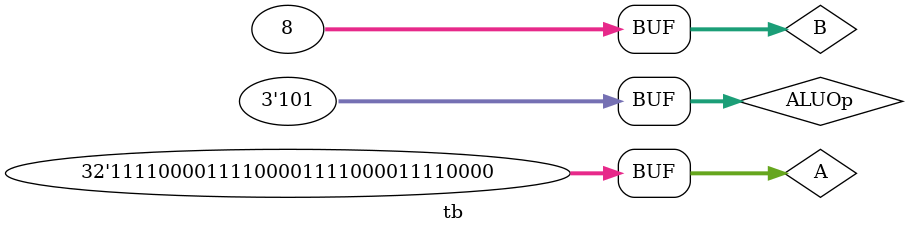
<source format=v>
`timescale 1ns / 1ps


module tb;

	// Inputs
	reg [31:0] A;
	reg [31:0] B;
	reg [2:0] ALUOp;

	// Outputs
	wire [31:0] C;

	// Instantiate the Unit Under Test (UUT)
	Alu uut (
		.A(A), 
		.B(B), 
		.ALUOp(ALUOp), 
		.C(C)
	);

	initial begin
		// Initialize Inputs
		A = 32'b11110000111100001111000011110000;
		B = 8;
		ALUOp = 3'b101;

	end
      
endmodule


</source>
